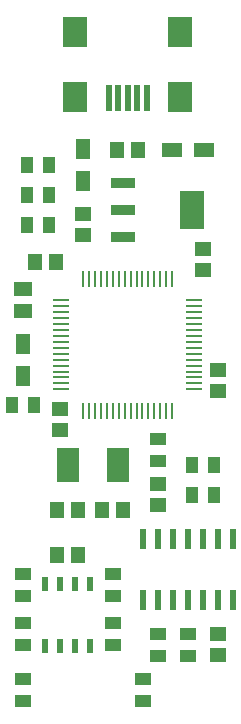
<source format=gtp>
G04 #@! TF.GenerationSoftware,KiCad,Pcbnew,5.1.10-88a1d61d58~88~ubuntu18.04.1*
G04 #@! TF.CreationDate,2021-10-08T18:05:20+03:00*
G04 #@! TF.ProjectId,canhacker,63616e68-6163-46b6-9572-2e6b69636164,rev?*
G04 #@! TF.SameCoordinates,Original*
G04 #@! TF.FileFunction,Paste,Top*
G04 #@! TF.FilePolarity,Positive*
%FSLAX46Y46*%
G04 Gerber Fmt 4.6, Leading zero omitted, Abs format (unit mm)*
G04 Created by KiCad (PCBNEW 5.1.10-88a1d61d58~88~ubuntu18.04.1) date 2021-10-08 18:05:20*
%MOMM*%
%LPD*%
G01*
G04 APERTURE LIST*
%ADD10R,2.000000X2.500000*%
%ADD11R,0.500000X2.300000*%
%ADD12R,1.420000X1.000000*%
%ADD13R,1.000000X1.420000*%
%ADD14R,1.470000X1.160000*%
%ADD15R,1.160000X1.470000*%
%ADD16R,1.230000X1.710000*%
%ADD17R,1.500000X1.300000*%
%ADD18R,1.710000X1.230000*%
%ADD19R,2.150000X3.250000*%
%ADD20R,2.150000X0.950000*%
%ADD21R,1.950000X2.950000*%
%ADD22R,0.600000X1.300000*%
%ADD23R,1.473200X0.279400*%
%ADD24R,0.279400X1.473200*%
%ADD25R,0.533400X1.701800*%
G04 APERTURE END LIST*
D10*
X144150000Y-48855000D03*
X144150000Y-43355000D03*
X135250000Y-48855000D03*
X135250000Y-43355000D03*
D11*
X138100000Y-48955000D03*
X138900000Y-48955000D03*
X139700000Y-48955000D03*
X140500000Y-48955000D03*
X141300000Y-48955000D03*
D12*
X140970000Y-98125000D03*
X140970000Y-99995000D03*
X130810000Y-98125000D03*
X130810000Y-99995000D03*
X142240000Y-94315000D03*
X142240000Y-96185000D03*
X144780000Y-94315000D03*
X144780000Y-96185000D03*
X138430000Y-95250000D03*
X138430000Y-93380000D03*
X138430000Y-91105000D03*
X138430000Y-89235000D03*
X130810000Y-93380000D03*
X130810000Y-95250000D03*
X130810000Y-91105000D03*
X130810000Y-89235000D03*
D13*
X145115000Y-80010000D03*
X146985000Y-80010000D03*
X146985000Y-82550000D03*
X145115000Y-82550000D03*
X131745000Y-74930000D03*
X129875000Y-74930000D03*
D12*
X142240000Y-79675000D03*
X142240000Y-77805000D03*
D14*
X147320000Y-94375000D03*
X147320000Y-96125000D03*
D15*
X135495000Y-87630000D03*
X133745000Y-87630000D03*
X133745000Y-83820000D03*
X135495000Y-83820000D03*
X131840000Y-62865000D03*
X133590000Y-62865000D03*
D14*
X147320000Y-73773000D03*
X147320000Y-72023000D03*
D15*
X139305000Y-83820000D03*
X137555000Y-83820000D03*
D14*
X146050000Y-63486000D03*
X146050000Y-61736000D03*
X133985000Y-77075000D03*
X133985000Y-75325000D03*
X142240000Y-83425000D03*
X142240000Y-81675000D03*
D13*
X133015000Y-57150000D03*
X131145000Y-57150000D03*
X133015000Y-59690000D03*
X131145000Y-59690000D03*
X133015000Y-54610000D03*
X131145000Y-54610000D03*
D16*
X130810000Y-69770000D03*
X130810000Y-72470000D03*
D17*
X130810000Y-66990000D03*
X130810000Y-65090000D03*
D18*
X143430000Y-53340000D03*
X146130000Y-53340000D03*
D15*
X138825000Y-53340000D03*
X140575000Y-53340000D03*
D14*
X135890000Y-58815000D03*
X135890000Y-60565000D03*
D16*
X135890000Y-55960000D03*
X135890000Y-53260000D03*
D19*
X145140000Y-58420000D03*
D20*
X139340000Y-60720000D03*
X139340000Y-58420000D03*
X139340000Y-56120000D03*
D21*
X138920000Y-80010000D03*
X134620000Y-80010000D03*
D22*
X136525000Y-95360000D03*
X135255000Y-95360000D03*
X133985000Y-95360000D03*
X132715000Y-95360000D03*
X132715000Y-90060000D03*
X133985000Y-90060000D03*
X135255000Y-90060000D03*
X136525000Y-90060000D03*
D23*
X134086600Y-73609200D03*
X134086600Y-73101200D03*
X134086600Y-72593200D03*
X134086600Y-72110600D03*
X134086600Y-71602600D03*
X134086600Y-71094600D03*
X134086600Y-70612000D03*
X134086600Y-70104000D03*
X134086600Y-69596000D03*
X134086600Y-69088000D03*
X134086600Y-68605400D03*
X134086600Y-68097400D03*
X134086600Y-67589400D03*
X134086600Y-67106800D03*
X134086600Y-66598800D03*
X134086600Y-66090800D03*
D24*
X135940800Y-64236600D03*
X136448800Y-64236600D03*
X136956800Y-64236600D03*
X137439400Y-64236600D03*
X137947400Y-64236600D03*
X138455400Y-64236600D03*
X138938000Y-64236600D03*
X139446000Y-64236600D03*
X139954000Y-64236600D03*
X140462000Y-64236600D03*
X140944600Y-64236600D03*
X141452600Y-64236600D03*
X141960600Y-64236600D03*
X142443200Y-64236600D03*
X142951200Y-64236600D03*
X143459200Y-64236600D03*
D23*
X145313400Y-66090800D03*
X145313400Y-66598800D03*
X145313400Y-67106800D03*
X145313400Y-67589400D03*
X145313400Y-68097400D03*
X145313400Y-68605400D03*
X145313400Y-69088000D03*
X145313400Y-69596000D03*
X145313400Y-70104000D03*
X145313400Y-70612000D03*
X145313400Y-71094600D03*
X145313400Y-71602600D03*
X145313400Y-72110600D03*
X145313400Y-72593200D03*
X145313400Y-73101200D03*
X145313400Y-73609200D03*
D24*
X143459200Y-75463400D03*
X142951200Y-75463400D03*
X142443200Y-75463400D03*
X141960600Y-75463400D03*
X141452600Y-75463400D03*
X140944600Y-75463400D03*
X140462000Y-75463400D03*
X139954000Y-75463400D03*
X139446000Y-75463400D03*
X138938000Y-75463400D03*
X138455400Y-75463400D03*
X137947400Y-75463400D03*
X137439400Y-75463400D03*
X136956800Y-75463400D03*
X136448800Y-75463400D03*
X135940800Y-75463400D03*
D25*
X148590000Y-91490800D03*
X147320000Y-91490800D03*
X146050000Y-91490800D03*
X144780000Y-91490800D03*
X143510000Y-91490800D03*
X142240000Y-91490800D03*
X140970000Y-91490800D03*
X140970000Y-86309200D03*
X142240000Y-86309200D03*
X143510000Y-86309200D03*
X144780000Y-86309200D03*
X146050000Y-86309200D03*
X147320000Y-86309200D03*
X148590000Y-86309200D03*
M02*

</source>
